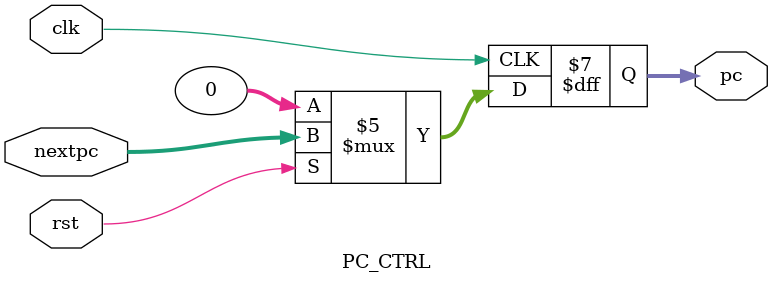
<source format=v>
`timescale 1ns / 1ps


module PC_CTRL(nextpc, clk, rst, pc);
    input clk, rst;
    input [31:0] nextpc;
    output [31:0] pc;
    reg [31:0] pc = 32'd0;
    
    always@(posedge clk) begin
        if(rst == 0)
            pc <= 0;
        else 
            pc <= nextpc;
    end
    
endmodule

</source>
